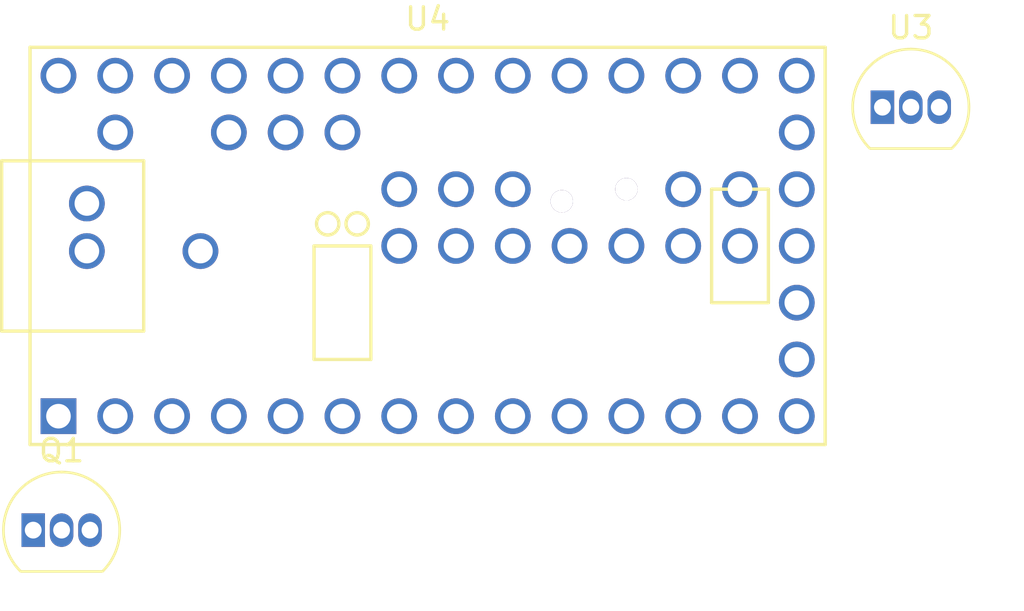
<source format=kicad_pcb>
(kicad_pcb (version 20211014) (generator pcbnew)
  (layers (0 "F.Cu" signal) (31 "B.Cu" signal) (34 "B.Paste" user) (35 "F.Paste" user) (36 "B.SilkS" user "B.Silkscreen") (37 "F.SilkS" user "F.Silkscreen") (38 "B.Mask" user) (39 "F.Mask" user) (44 "Edge.Cuts" user))
  (net 0 "")
  (net 1 "Net-(Q1-Pad1)")
  (net 2 "Net-(Q1-Pad2)")
  (net 3 "GNDD")
  (net 4 "/3V3")
  (net 5 "+5V")
  (net 6 "Net-(U4-Pad17)")
  (net 9 "SCK")
  (net 11 "Net-(U4-Pad15)")
  (net 12 "MISO")
  (net 14 "SD_CS")
  (net 17 "SDA")
  (net 18 "SCL")
  (net 19 "Net-(U4-Pad27)")
  (net 22 "Net-(U4-Pad30)")
  (net 23 "+3V3")
  (net 29 "MOSI")
  (net 30 "Net-(J13-Pad2)")
  (net 31 "Net-(J13-Pad3)")
  (net 32 "Net-(J12-Pad2)")
  (net 33 "Net-(J12-Pad3)")
  (net 35 "Net-(R5-Pad1)")
  (net 36 "Net-(R4-Pad1)")
  (net 37 "Net-(SW2-Pad2)")
  (net 38 "Net-(R1-Pad1)")
  (net 39 "/TX")
  (net 40 "/RX")
  (footprint "Package_TO_SOT_THT:TO-92_Inline" (layer "F.Cu") (at 48.26 50.8)
    (fp_text reference "Q1" (at 1.27 -3.56) (layer "F.SilkS"))
    (fp_text value "BC337")
    (fp_line (start -0.53 1.85) (end 3.07 1.85) (layer "F.SilkS") (width 0.12))
    (fp_arc (start 1.27 -2.6) (mid 3.672087 -0.994977) (end 3.108478 1.838478) (layer "F.SilkS") (width 0.12))
    (fp_arc (start -0.568478 1.838478) (mid -1.132087 -0.994977) (end 1.27 -2.6) (layer "F.SilkS") (width 0.12))
    (pad "1" thru_hole rect (at 0 0) (size 1.05 1.5) (drill 0.75) (layers *.Cu *.Mask) (net 1 "Net-(Q1-Pad1)"))
    (pad "2" thru_hole oval (at 1.27 0) (size 1.05 1.5) (drill 0.75) (layers *.Cu *.Mask) (net 2 "Net-(Q1-Pad2)"))
    (pad "3" thru_hole oval (at 2.54 0) (size 1.05 1.5) (drill 0.75) (layers *.Cu *.Mask) (net 3 "GNDD"))
  )
  (footprint "teensy:Teensy30_31_32_All_Pins" (layer "F.Cu") (at 65.9 38.08)
    (fp_text reference "U4" (at 0 -10.16) (layer "F.SilkS"))
    (fp_text value "Teensy3.2")
    (fp_line (start 12.7 2.54) (end 12.7 -2.54) (layer "F.SilkS") (width 0.15))
    (fp_line (start -5.08 5.08) (end -5.08 0) (layer "F.SilkS") (width 0.15))
    (fp_line (start -12.7 3.81) (end -12.7 -3.81) (layer "F.SilkS") (width 0.15))
    (fp_line (start -19.05 -3.81) (end -17.78 -3.81) (layer "F.SilkS") (width 0.15))
    (fp_line (start -19.05 3.81) (end -19.05 -3.81) (layer "F.SilkS") (width 0.15))
    (fp_line (start -17.78 3.81) (end -19.05 3.81) (layer "F.SilkS") (width 0.15))
    (fp_line (start -5.08 0) (end -2.54 0) (layer "F.SilkS") (width 0.15))
    (fp_line (start -12.7 -3.81) (end -17.78 -3.81) (layer "F.SilkS") (width 0.15))
    (fp_line (start -17.78 -8.89) (end 17.78 -8.89) (layer "F.SilkS") (width 0.15))
    (fp_line (start -17.78 8.89) (end -17.78 -8.89) (layer "F.SilkS") (width 0.15))
    (fp_line (start -2.54 5.08) (end -5.08 5.08) (layer "F.SilkS") (width 0.15))
    (fp_line (start 15.24 2.54) (end 12.7 2.54) (layer "F.SilkS") (width 0.15))
    (fp_line (start -12.7 3.81) (end -17.78 3.81) (layer "F.SilkS") (width 0.15))
    (fp_line (start 12.7 -2.54) (end 15.24 -2.54) (layer "F.SilkS") (width 0.15))
    (fp_line (start 17.78 -8.89) (end 17.78 8.89) (layer "F.SilkS") (width 0.15))
    (fp_line (start -2.54 0) (end -2.54 5.08) (layer "F.SilkS") (width 0.15))
    (fp_line (start 17.78 8.89) (end -17.78 8.89) (layer "F.SilkS") (width 0.15))
    (fp_line (start 15.24 -2.54) (end 15.24 2.54) (layer "F.SilkS") (width 0.15))
    (fp_circle (center -3.15 -0.99) (end -2.65 -0.99) (layer "F.SilkS") (width 0.15) (fill none))
    (fp_circle (center -4.47 -0.99) (end -3.97 -0.99) (layer "F.SilkS") (width 0.15) (fill none))
    (pad "1" thru_hole rect locked (at -16.51 7.62) (size 1.6 1.6) (drill 1.1) (layers *.Cu *.Mask) (net 3 "GNDD"))
    (pad "2" thru_hole circle locked (at -13.97 7.62) (size 1.6 1.6) (drill 1.1) (layers *.Cu *.Mask) (net 40 "/RX"))
    (pad "3" thru_hole circle locked (at -11.43 7.62) (size 1.6 1.6) (drill 1.1) (layers *.Cu *.Mask) (net 39 "/TX"))
    (pad "4" thru_hole circle locked (at -8.89 7.62) (size 1.6 1.6) (drill 1.1) (layers *.Cu *.Mask) (net 38 "Net-(R1-Pad1)"))
    (pad "5" thru_hole circle locked (at -6.35 7.62) (size 1.6 1.6) (drill 1.1) (layers *.Cu *.Mask) (net 37 "Net-(SW2-Pad2)"))
    (pad "6" thru_hole circle locked (at -3.81 7.62) (size 1.6 1.6) (drill 1.1) (layers *.Cu *.Mask) (net 36 "Net-(R4-Pad1)"))
    (pad "7" thru_hole circle locked (at -1.27 7.62) (size 1.6 1.6) (drill 1.1) (layers *.Cu *.Mask) (net 35 "Net-(R5-Pad1)"))
    (pad "8" thru_hole circle locked (at 1.27 7.62) (size 1.6 1.6) (drill 1.1) (layers *.Cu *.Mask))
    (pad "9" thru_hole circle locked (at 3.81 7.62) (size 1.6 1.6) (drill 1.1) (layers *.Cu *.Mask) (net 33 "Net-(J12-Pad3)"))
    (pad "10" thru_hole circle locked (at 6.35 7.62) (size 1.6 1.6) (drill 1.1) (layers *.Cu *.Mask) (net 32 "Net-(J12-Pad2)"))
    (pad "11" thru_hole circle locked (at 8.89 7.62) (size 1.6 1.6) (drill 1.1) (layers *.Cu *.Mask) (net 31 "Net-(J13-Pad3)"))
    (pad "12" thru_hole circle locked (at 11.43 7.62) (size 1.6 1.6) (drill 1.1) (layers *.Cu *.Mask) (net 30 "Net-(J13-Pad2)"))
    (pad "13" thru_hole circle locked (at 13.97 7.62) (size 1.6 1.6) (drill 1.1) (layers *.Cu *.Mask) (net 29 "MOSI"))
    (pad "14" thru_hole circle locked (at 16.51 7.62) (size 1.6 1.6) (drill 1.1) (layers *.Cu *.Mask) (net 12 "MISO"))
    (pad "15" thru_hole circle locked (at 16.51 5.08) (size 1.6 1.6) (drill 1.1) (layers *.Cu *.Mask) (net 11 "Net-(U4-Pad15)"))
    (pad "16" thru_hole circle locked (at 16.51 2.54) (size 1.6 1.6) (drill 1.1) (layers *.Cu *.Mask))
    (pad "17" thru_hole circle locked (at 16.51 0) (size 1.6 1.6) (drill 1.1) (layers *.Cu *.Mask) (net 6 "Net-(U4-Pad17)"))
    (pad "18" thru_hole circle locked (at 16.51 -2.54) (size 1.6 1.6) (drill 1.1) (layers *.Cu *.Mask))
    (pad "19" thru_hole circle locked (at 16.51 -5.08) (size 1.6 1.6) (drill 1.1) (layers *.Cu *.Mask))
    (pad "20" thru_hole circle locked (at 16.51 -7.62) (size 1.6 1.6) (drill 1.1) (layers *.Cu *.Mask) (net 9 "SCK"))
    (pad "21" thru_hole circle locked (at 13.97 -7.62) (size 1.6 1.6) (drill 1.1) (layers *.Cu *.Mask))
    (pad "22" thru_hole circle locked (at 11.43 -7.62) (size 1.6 1.6) (drill 1.1) (layers *.Cu *.Mask) (net 14 "SD_CS"))
    (pad "23" thru_hole circle locked (at 8.89 -7.62) (size 1.6 1.6) (drill 1.1) (layers *.Cu *.Mask))
    (pad "24" thru_hole circle locked (at 6.35 -7.62) (size 1.6 1.6) (drill 1.1) (layers *.Cu *.Mask))
    (pad "25" thru_hole circle locked (at 3.81 -7.62) (size 1.6 1.6) (drill 1.1) (layers *.Cu *.Mask) (net 17 "SDA"))
    (pad "26" thru_hole circle locked (at 1.27 -7.62) (size 1.6 1.6) (drill 1.1) (layers *.Cu *.Mask) (net 18 "SCL"))
    (pad "27" thru_hole circle locked (at -1.27 -7.62) (size 1.6 1.6) (drill 1.1) (layers *.Cu *.Mask) (net 19 "Net-(U4-Pad27)"))
    (pad "28" thru_hole circle locked (at -3.81 -7.62) (size 1.6 1.6) (drill 1.1) (layers *.Cu *.Mask))
    (pad "29" thru_hole circle locked (at -6.35 -7.62) (size 1.6 1.6) (drill 1.1) (layers *.Cu *.Mask))
    (pad "30" thru_hole circle locked (at -8.89 -7.62) (size 1.6 1.6) (drill 1.1) (layers *.Cu *.Mask) (net 22 "Net-(U4-Pad30)"))
    (pad "31" thru_hole circle locked (at -11.43 -7.62) (size 1.6 1.6) (drill 1.1) (layers *.Cu *.Mask) (net 23 "+3V3"))
    (pad "32" thru_hole circle locked (at -13.97 -7.62) (size 1.6 1.6) (drill 1.1) (layers *.Cu *.Mask))
    (pad "33" thru_hole circle locked (at -16.51 -7.62) (size 1.6 1.6) (drill 1.1) (layers *.Cu *.Mask) (net 5 "+5V"))
    (pad "34" thru_hole circle locked (at -13.97 -5.08) (size 1.6 1.6) (drill 1.1) (layers *.Cu *.Mask))
    (pad "35" thru_hole circle locked (at -8.89 -5.08) (size 1.6 1.6) (drill 1.1) (layers *.Cu *.Mask))
    (pad "36" thru_hole circle locked (at -6.35 -5.08) (size 1.6 1.6) (drill 1.1) (layers *.Cu *.Mask))
    (pad "37" thru_hole circle locked (at -3.81 -5.08) (size 1.6 1.6) (drill 1.1) (layers *.Cu *.Mask))
    (pad "38" thru_hole circle locked (at -10.16 0.23) (size 1.6 1.6) (drill 1.1) (layers *.Cu *.Mask))
    (pad "39" thru_hole circle locked (at -15.24 0.23) (size 1.6 1.6) (drill 1.1) (layers *.Cu *.Mask))
    (pad "40" thru_hole circle locked (at -15.24 -1.9) (size 1.6 1.6) (drill 1.1) (layers *.Cu *.Mask))
    (pad "41" thru_hole circle locked (at -1.27 -2.54) (size 1.6 1.6) (drill 1.1) (layers *.Cu *.Mask))
    (pad "42" thru_hole circle locked (at 1.27 -2.54) (size 1.6 1.6) (drill 1.1) (layers *.Cu *.Mask))
    (pad "43" thru_hole circle locked (at 3.81 -2.54) (size 1.6 1.6) (drill 1.1) (layers *.Cu *.Mask))
    (pad "44" thru_hole circle locked (at 6 -2 90) (size 1 1) (drill 1) (layers *.Cu *.Mask))
    (pad "45" thru_hole circle locked (at 8.89 -2.54) (size 1 1) (drill 1) (layers *.Cu *.Mask))
    (pad "46" thru_hole circle locked (at 11.43 -2.54) (size 1.6 1.6) (drill 1.1) (layers *.Cu *.Mask))
    (pad "47" thru_hole circle locked (at 13.97 -2.54) (size 1.6 1.6) (drill 1.1) (layers *.Cu *.Mask))
    (pad "48" thru_hole circle locked (at 13.97 0) (size 1.6 1.6) (drill 1.1) (layers *.Cu *.Mask))
    (pad "49" thru_hole circle locked (at 11.43 0) (size 1.6 1.6) (drill 1.1) (layers *.Cu *.Mask))
    (pad "50" thru_hole circle locked (at 8.89 0) (size 1.6 1.6) (drill 1.1) (layers *.Cu *.Mask))
    (pad "51" thru_hole circle locked (at 6.35 0) (size 1.6 1.6) (drill 1.1) (layers *.Cu *.Mask))
    (pad "52" thru_hole circle locked (at 3.81 0) (size 1.6 1.6) (drill 1.1) (layers *.Cu *.Mask))
    (pad "53" thru_hole circle locked (at 1.27 0) (size 1.6 1.6) (drill 1.1) (layers *.Cu *.Mask))
    (pad "54" thru_hole circle locked (at -1.27 0) (size 1.6 1.6) (drill 1.1) (layers *.Cu *.Mask))
  )
  (footprint "Package_TO_SOT_THT:TO-92_Inline" (layer "F.Cu") (at 86.24 31.87)
    (fp_text reference "U3" (at 1.27 -3.56) (layer "F.SilkS"))
    (fp_text value "L78L33_TO92")
    (fp_line (start -0.53 1.85) (end 3.07 1.85) (layer "F.SilkS") (width 0.12))
    (fp_arc (start 1.27 -2.6) (mid 3.672087 -0.994977) (end 3.108478 1.838478) (layer "F.SilkS") (width 0.12))
    (fp_arc (start -0.568478 1.838478) (mid -1.132087 -0.994977) (end 1.27 -2.6) (layer "F.SilkS") (width 0.12))
    (pad "1" thru_hole rect (at 0 0) (size 1.05 1.5) (drill 0.75) (layers *.Cu *.Mask) (net 4 "/3V3"))
    (pad "2" thru_hole oval (at 1.27 0) (size 1.05 1.5) (drill 0.75) (layers *.Cu *.Mask) (net 3 "GNDD"))
    (pad "3" thru_hole oval (at 2.54 0) (size 1.05 1.5) (drill 0.75) (layers *.Cu *.Mask) (net 5 "+5V"))
  )
)
</source>
